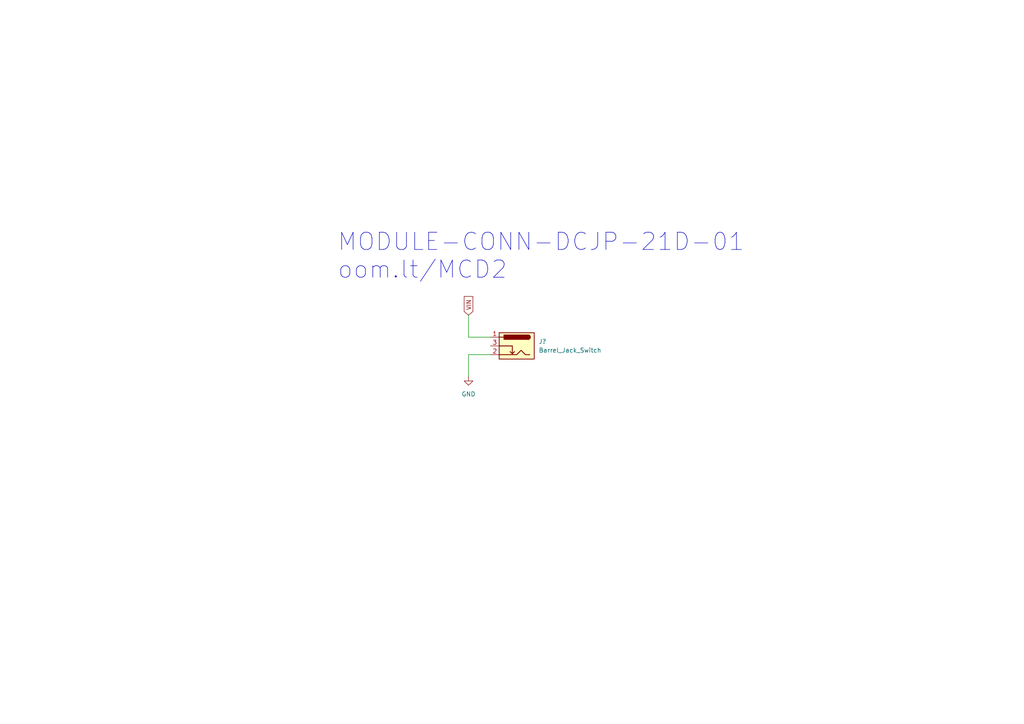
<source format=kicad_sch>
(kicad_sch (version 20211123) (generator eeschema)
  (paper "A4")
  (lib_symbols
    (symbol "Connector:Barrel_Jack_Switch" (pin_names hide)
      (property "Reference" "J" (at 0 5.334 0))
      (property "Value" "Barrel_Jack_Switch" (at 0 -5.08 0))
      (symbol "Barrel_Jack_Switch_0_1"
        (rectangle (start -5.08 3.81) (end 5.08 -3.81) (stroke (width 0.254)) (fill (type background)))
        (arc (start -3.302 3.175) (mid -3.937 2.54) (end -3.302 1.905) (stroke (width 0.254)))
        (arc (start -3.302 3.175) (mid -3.937 2.54) (end -3.302 1.905) (stroke (width 0.254)) (fill (type outline)))
        (polyline (pts (xy 1.27 -2.286) (xy 1.905 -1.651)) (stroke (width 0.254)))
        (polyline (pts (xy 5.08 2.54) (xy 3.81 2.54)) (stroke (width 0.254)))
        (polyline (pts (xy 5.08 0) (xy 1.27 0) (xy 1.27 -2.286) (xy 0.635 -1.651)) (stroke (width 0.254)))
        (polyline (pts (xy -3.81 -2.54) (xy -2.54 -2.54) (xy -1.27 -1.27) (xy 0 -2.54) (xy 2.54 -2.54) (xy 5.08 -2.54)) (stroke (width 0.254)))
        (rectangle (start 3.683 3.175) (end -3.302 1.905) (stroke (width 0.254)) (fill (type outline)))
      )
      (symbol "Barrel_Jack_Switch_1_1"
        (pin passive line (at 7.62 2.54 180) (length 2.54) (name "~") (number "1"))
        (pin passive line (at 7.62 -2.54 180) (length 2.54) (name "~") (number "2"))
        (pin passive line (at 7.62 0 180) (length 2.54) (name "~") (number "3"))
      )
    )
    (symbol "power:GND" (power) (pin_names (offset 0))
      (property "Value" "GND" (at 0 -3.81 0))
      (symbol "GND_0_1"
        (polyline (pts (xy 0 0) (xy 0 -1.27) (xy 1.27 -1.27) (xy 0 -2.54) (xy -1.27 -1.27) (xy 0 -1.27)))
      )
      (symbol "GND_1_1"
        (pin power_in line (at 0 0 270) (length 0) hide (name "GND") (number "1"))
      )
    )
  )
  (wire (pts (xy 135.89 97.79) (xy 142.24 97.79)))
  (wire (pts (xy 142.24 102.87) (xy 135.89 102.87)))
  (wire (pts (xy 135.89 91.44) (xy 135.89 97.79)))
  (wire (pts (xy 135.89 102.87) (xy 135.89 109.22)))
  (text "MODULE-CONN-DCJP-21D-01\noom.lt/MCD2" (at 97.79 81.28 0) (effects (font (size 5 5)) (justify left bottom)))
  (global_label "VIN" (shape input) (at 135.89 91.44 90) (property "Intersheet References" "${INTERSHEET_REFS}" (effects hide)))
  (symbol (lib_id "power:GND") (at 135.89 109.22 0) (unit 1)
    (property "Reference" "#PWR?" (effects hide))
    (property "Value" "GND" (at 135.89 114.3 0))
  )
  (symbol (lib_id "Connector:Barrel_Jack_Switch") (at 149.86 100.33 0) (mirror y) (unit 1)
    (property "Reference" "J?" (at 156.21 99.0599 0) (effects (justify right)))
    (property "Value" "Barrel_Jack_Switch" (at 156.21 101.5999 0) (effects (justify right)))
    (property "Footprint" "Connector_BarrelJack:BarrelJack_GCT_DCJ200-10-A_Horizontal" (effects hide))
    (property "Datasheet" "oom.lt/DJ21" (effects hide))
  )
)
</source>
